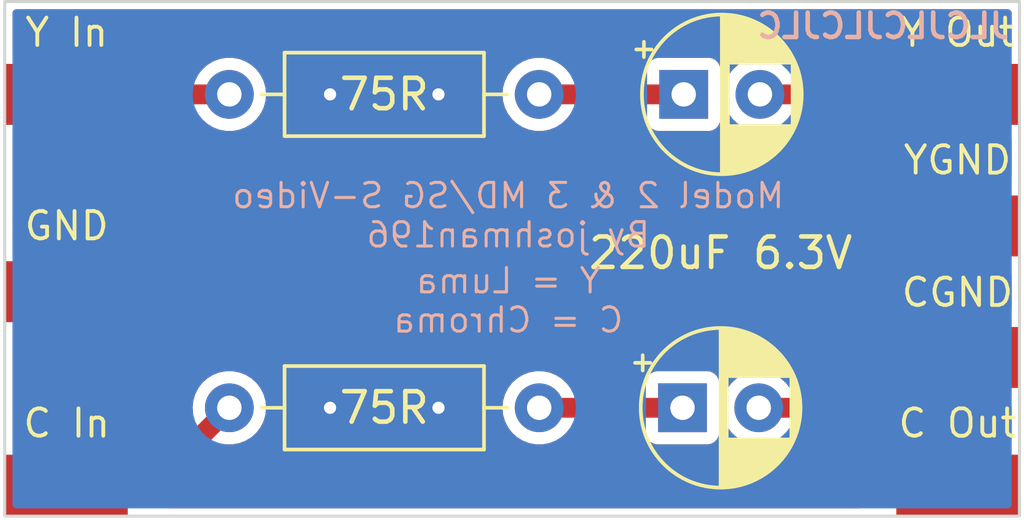
<source format=kicad_pcb>
(kicad_pcb (version 20221018) (generator pcbnew)
  (layers (0 "F.Cu" signal) (31 "B.Cu" signal) (34 "B.Paste" user) (35 "F.Paste" user) (36 "B.SilkS" user "B.Silkscreen") (37 "F.SilkS" user "F.Silkscreen") (38 "B.Mask" user) (39 "F.Mask" user) (44 "Edge.Cuts" user))
  (net 0 "")
  (net 1 "Net-(C1-Pad1)")
  (net 2 "Net-(J3-Pin_1)")
  (net 3 "Net-(C2-Pad1)")
  (net 4 "Net-(J4-Pin_1)")
  (net 5 "Net-(J1-Pin_1)")
  (net 6 "Net-(J2-Pin_1)")
  (net 7 "GND")
  (footprint "Capacitor_THT:CP_Radial_D5.0mm_P2.50mm" (layer "F.Cu") (at 94.869 78.867)
    (fp_text reference "C2" hide)
    (fp_text value "220uF 6.3V" (at 1.25 -5.08) (layer "F.SilkS"))
    (fp_line (start -1.554775 -1.475) (end -1.054775 -1.475) (stroke (width 0.12)) (layer "F.SilkS"))
    (fp_line (start -1.304775 -1.725) (end -1.304775 -1.225) (stroke (width 0.12)) (layer "F.SilkS"))
    (fp_line (start 1.25 -2.58) (end 1.25 2.58) (stroke (width 0.12)) (layer "F.SilkS"))
    (fp_line (start 1.29 -2.58) (end 1.29 2.58) (stroke (width 0.12)) (layer "F.SilkS"))
    (fp_line (start 1.33 -2.579) (end 1.33 2.579) (stroke (width 0.12)) (layer "F.SilkS"))
    (fp_line (start 1.37 -2.578) (end 1.37 2.578) (stroke (width 0.12)) (layer "F.SilkS"))
    (fp_line (start 1.41 -2.576) (end 1.41 2.576) (stroke (width 0.12)) (layer "F.SilkS"))
    (fp_line (start 1.45 -2.573) (end 1.45 2.573) (stroke (width 0.12)) (layer "F.SilkS"))
    (fp_line (start 1.49 -2.569) (end 1.49 -1.04) (stroke (width 0.12)) (layer "F.SilkS"))
    (fp_line (start 1.49 1.04) (end 1.49 2.569) (stroke (width 0.12)) (layer "F.SilkS"))
    (fp_line (start 1.53 -2.565) (end 1.53 -1.04) (stroke (width 0.12)) (layer "F.SilkS"))
    (fp_line (start 1.53 1.04) (end 1.53 2.565) (stroke (width 0.12)) (layer "F.SilkS"))
    (fp_line (start 1.57 -2.561) (end 1.57 -1.04) (stroke (width 0.12)) (layer "F.SilkS"))
    (fp_line (start 1.57 1.04) (end 1.57 2.561) (stroke (width 0.12)) (layer "F.SilkS"))
    (fp_line (start 1.61 -2.556) (end 1.61 -1.04) (stroke (width 0.12)) (layer "F.SilkS"))
    (fp_line (start 1.61 1.04) (end 1.61 2.556) (stroke (width 0.12)) (layer "F.SilkS"))
    (fp_line (start 1.65 -2.55) (end 1.65 -1.04) (stroke (width 0.12)) (layer "F.SilkS"))
    (fp_line (start 1.65 1.04) (end 1.65 2.55) (stroke (width 0.12)) (layer "F.SilkS"))
    (fp_line (start 1.69 -2.543) (end 1.69 -1.04) (stroke (width 0.12)) (layer "F.SilkS"))
    (fp_line (start 1.69 1.04) (end 1.69 2.543) (stroke (width 0.12)) (layer "F.SilkS"))
    (fp_line (start 1.73 -2.536) (end 1.73 -1.04) (stroke (width 0.12)) (layer "F.SilkS"))
    (fp_line (start 1.73 1.04) (end 1.73 2.536) (stroke (width 0.12)) (layer "F.SilkS"))
    (fp_line (start 1.77 -2.528) (end 1.77 -1.04) (stroke (width 0.12)) (layer "F.SilkS"))
    (fp_line (start 1.77 1.04) (end 1.77 2.528) (stroke (width 0.12)) (layer "F.SilkS"))
    (fp_line (start 1.81 -2.52) (end 1.81 -1.04) (stroke (width 0.12)) (layer "F.SilkS"))
    (fp_line (start 1.81 1.04) (end 1.81 2.52) (stroke (width 0.12)) (layer "F.SilkS"))
    (fp_line (start 1.85 -2.511) (end 1.85 -1.04) (stroke (width 0.12)) (layer "F.SilkS"))
    (fp_line (start 1.85 1.04) (end 1.85 2.511) (stroke (width 0.12)) (layer "F.SilkS"))
    (fp_line (start 1.89 -2.501) (end 1.89 -1.04) (stroke (width 0.12)) (layer "F.SilkS"))
    (fp_line (start 1.89 1.04) (end 1.89 2.501) (stroke (width 0.12)) (layer "F.SilkS"))
    (fp_line (start 1.93 -2.491) (end 1.93 -1.04) (stroke (width 0.12)) (layer "F.SilkS"))
    (fp_line (start 1.93 1.04) (end 1.93 2.491) (stroke (width 0.12)) (layer "F.SilkS"))
    (fp_line (start 1.971 -2.48) (end 1.971 -1.04) (stroke (width 0.12)) (layer "F.SilkS"))
    (fp_line (start 1.971 1.04) (end 1.971 2.48) (stroke (width 0.12)) (layer "F.SilkS"))
    (fp_line (start 2.011 -2.468) (end 2.011 -1.04) (stroke (width 0.12)) (layer "F.SilkS"))
    (fp_line (start 2.011 1.04) (end 2.011 2.468) (stroke (width 0.12)) (layer "F.SilkS"))
    (fp_line (start 2.051 -2.455) (end 2.051 -1.04) (stroke (width 0.12)) (layer "F.SilkS"))
    (fp_line (start 2.051 1.04) (end 2.051 2.455) (stroke (width 0.12)) (layer "F.SilkS"))
    (fp_line (start 2.091 -2.442) (end 2.091 -1.04) (stroke (width 0.12)) (layer "F.SilkS"))
    (fp_line (start 2.091 1.04) (end 2.091 2.442) (stroke (width 0.12)) (layer "F.SilkS"))
    (fp_line (start 2.131 -2.428) (end 2.131 -1.04) (stroke (width 0.12)) (layer "F.SilkS"))
    (fp_line (start 2.131 1.04) (end 2.131 2.428) (stroke (width 0.12)) (layer "F.SilkS"))
    (fp_line (start 2.171 -2.414) (end 2.171 -1.04) (stroke (width 0.12)) (layer "F.SilkS"))
    (fp_line (start 2.171 1.04) (end 2.171 2.414) (stroke (width 0.12)) (layer "F.SilkS"))
    (fp_line (start 2.211 -2.398) (end 2.211 -1.04) (stroke (width 0.12)) (layer "F.SilkS"))
    (fp_line (start 2.211 1.04) (end 2.211 2.398) (stroke (width 0.12)) (layer "F.SilkS"))
    (fp_line (start 2.251 -2.382) (end 2.251 -1.04) (stroke (width 0.12)) (layer "F.SilkS"))
    (fp_line (start 2.251 1.04) (end 2.251 2.382) (stroke (width 0.12)) (layer "F.SilkS"))
    (fp_line (start 2.291 -2.365) (end 2.291 -1.04) (stroke (width 0.12)) (layer "F.SilkS"))
    (fp_line (start 2.291 1.04) (end 2.291 2.365) (stroke (width 0.12)) (layer "F.SilkS"))
    (fp_line (start 2.331 -2.348) (end 2.331 -1.04) (stroke (width 0.12)) (layer "F.SilkS"))
    (fp_line (start 2.331 1.04) (end 2.331 2.348) (stroke (width 0.12)) (layer "F.SilkS"))
    (fp_line (start 2.371 -2.329) (end 2.371 -1.04) (stroke (width 0.12)) (layer "F.SilkS"))
    (fp_line (start 2.371 1.04) (end 2.371 2.329) (stroke (width 0.12)) (layer "F.SilkS"))
    (fp_line (start 2.411 -2.31) (end 2.411 -1.04) (stroke (width 0.12)) (layer "F.SilkS"))
    (fp_line (start 2.411 1.04) (end 2.411 2.31) (stroke (width 0.12)) (layer "F.SilkS"))
    (fp_line (start 2.451 -2.29) (end 2.451 -1.04) (stroke (width 0.12)) (layer "F.SilkS"))
    (fp_line (start 2.451 1.04) (end 2.451 2.29) (stroke (width 0.12)) (layer "F.SilkS"))
    (fp_line (start 2.491 -2.268) (end 2.491 -1.04) (stroke (width 0.12)) (layer "F.SilkS"))
    (fp_line (start 2.491 1.04) (end 2.491 2.268) (stroke (width 0.12)) (layer "F.SilkS"))
    (fp_line (start 2.531 -2.247) (end 2.531 -1.04) (stroke (width 0.12)) (layer "F.SilkS"))
    (fp_line (start 2.531 1.04) (end 2.531 2.247) (stroke (width 0.12)) (layer "F.SilkS"))
    (fp_line (start 2.571 -2.224) (end 2.571 -1.04) (stroke (width 0.12)) (layer "F.SilkS"))
    (fp_line (start 2.571 1.04) (end 2.571 2.224) (stroke (width 0.12)) (layer "F.SilkS"))
    (fp_line (start 2.611 -2.2) (end 2.611 -1.04) (stroke (width 0.12)) (layer "F.SilkS"))
    (fp_line (start 2.611 1.04) (end 2.611 2.2) (stroke (width 0.12)) (layer "F.SilkS"))
    (fp_line (start 2.651 -2.175) (end 2.651 -1.04) (stroke (width 0.12)) (layer "F.SilkS"))
    (fp_line (start 2.651 1.04) (end 2.651 2.175) (stroke (width 0.12)) (layer "F.SilkS"))
    (fp_line (start 2.691 -2.149) (end 2.691 -1.04) (stroke (width 0.12)) (layer "F.SilkS"))
    (fp_line (start 2.691 1.04) (end 2.691 2.149) (stroke (width 0.12)) (layer "F.SilkS"))
    (fp_line (start 2.731 -2.122) (end 2.731 -1.04) (stroke (width 0.12)) (layer "F.SilkS"))
    (fp_line (start 2.731 1.04) (end 2.731 2.122) (stroke (width 0.12)) (layer "F.SilkS"))
    (fp_line (start 2.771 -2.095) (end 2.771 -1.04) (stroke (width 0.12)) (layer "F.SilkS"))
    (fp_line (start 2.771 1.04) (end 2.771 2.095) (stroke (width 0.12)) (layer "F.SilkS"))
    (fp_line (start 2.811 -2.065) (end 2.811 -1.04) (stroke (width 0.12)) (layer "F.SilkS"))
    (fp_line (start 2.811 1.04) (end 2.811 2.065) (stroke (width 0.12)) (layer "F.SilkS"))
    (fp_line (start 2.851 -2.035) (end 2.851 -1.04) (stroke (width 0.12)) (layer "F.SilkS"))
    (fp_line (start 2.851 1.04) (end 2.851 2.035) (stroke (width 0.12)) (layer "F.SilkS"))
    (fp_line (start 2.891 -2.004) (end 2.891 -1.04) (stroke (width 0.12)) (layer "F.SilkS"))
    (fp_line (start 2.891 1.04) (end 2.891 2.004) (stroke (width 0.12)) (layer "F.SilkS"))
    (fp_line (start 2.931 -1.971) (end 2.931 -1.04) (stroke (width 0.12)) (layer "F.SilkS"))
    (fp_line (start 2.931 1.04) (end 2.931 1.971) (stroke (width 0.12)) (layer "F.SilkS"))
    (fp_line (start 2.971 -1.937) (end 2.971 -1.04) (stroke (width 0.12)) (layer "F.SilkS"))
    (fp_line (start 2.971 1.04) (end 2.971 1.937) (stroke (width 0.12)) (layer "F.SilkS"))
    (fp_line (start 3.011 -1.901) (end 3.011 -1.04) (stroke (width 0.12)) (layer "F.SilkS"))
    (fp_line (start 3.011 1.04) (end 3.011 1.901) (stroke (width 0.12)) (layer "F.SilkS"))
    (fp_line (start 3.051 -1.864) (end 3.051 -1.04) (stroke (width 0.12)) (layer "F.SilkS"))
    (fp_line (start 3.051 1.04) (end 3.051 1.864) (stroke (width 0.12)) (layer "F.SilkS"))
    (fp_line (start 3.091 -1.826) (end 3.091 -1.04) (stroke (width 0.12)) (layer "F.SilkS"))
    (fp_line (start 3.091 1.04) (end 3.091 1.826) (stroke (width 0.12)) (layer "F.SilkS"))
    (fp_line (start 3.131 -1.785) (end 3.131 -1.04) (stroke (width 0.12)) (layer "F.SilkS"))
    (fp_line (start 3.131 1.04) (end 3.131 1.785) (stroke (width 0.12)) (layer "F.SilkS"))
    (fp_line (start 3.171 -1.743) (end 3.171 -1.04) (stroke (width 0.12)) (layer "F.SilkS"))
    (fp_line (start 3.171 1.04) (end 3.171 1.743) (stroke (width 0.12)) (layer "F.SilkS"))
    (fp_line (start 3.211 -1.699) (end 3.211 -1.04) (stroke (width 0.12)) (layer "F.SilkS"))
    (fp_line (start 3.211 1.04) (end 3.211 1.699) (stroke (width 0.12)) (layer "F.SilkS"))
    (fp_line (start 3.251 -1.653) (end 3.251 -1.04) (stroke (width 0.12)) (layer "F.SilkS"))
    (fp_line (start 3.251 1.04) (end 3.251 1.653) (stroke (width 0.12)) (layer "F.SilkS"))
    (fp_line (start 3.291 -1.605) (end 3.291 -1.04) (stroke (width 0.12)) (layer "F.SilkS"))
    (fp_line (start 3.291 1.04) (end 3.291 1.605) (stroke (width 0.12)) (layer "F.SilkS"))
    (fp_line (start 3.331 -1.554) (end 3.331 -1.04) (stroke (width 0.12)) (layer "F.SilkS"))
    (fp_line (start 3.331 1.04) (end 3.331 1.554) (stroke (width 0.12)) (layer "F.SilkS"))
    (fp_line (start 3.371 -1.5) (end 3.371 -1.04) (stroke (width 0.12)) (layer "F.SilkS"))
    (fp_line (start 3.371 1.04) (end 3.371 1.5) (stroke (width 0.12)) (layer "F.SilkS"))
    (fp_line (start 3.411 -1.443) (end 3.411 -1.04) (stroke (width 0.12)) (layer "F.SilkS"))
    (fp_line (start 3.411 1.04) (end 3.411 1.443) (stroke (width 0.12)) (layer "F.SilkS"))
    (fp_line (start 3.451 -1.383) (end 3.451 -1.04) (stroke (width 0.12)) (layer "F.SilkS"))
    (fp_line (start 3.451 1.04) (end 3.451 1.383) (stroke (width 0.12)) (layer "F.SilkS"))
    (fp_line (start 3.491 -1.319) (end 3.491 -1.04) (stroke (width 0.12)) (layer "F.SilkS"))
    (fp_line (start 3.491 1.04) (end 3.491 1.319) (stroke (width 0.12)) (layer "F.SilkS"))
    (fp_line (start 3.531 -1.251) (end 3.531 -1.04) (stroke (width 0.12)) (layer "F.SilkS"))
    (fp_line (start 3.531 1.04) (end 3.531 1.251) (stroke (width 0.12)) (layer "F.SilkS"))
    (fp_line (start 3.571 -1.178) (end 3.571 1.178) (stroke (width 0.12)) (layer "F.SilkS"))
    (fp_line (start 3.611 -1.098) (end 3.611 1.098) (stroke (width 0.12)) (layer "F.SilkS"))
    (fp_line (start 3.651 -1.011) (end 3.651 1.011) (stroke (width 0.12)) (layer "F.SilkS"))
    (fp_line (start 3.691 -0.915) (end 3.691 0.915) (stroke (width 0.12)) (layer "F.SilkS"))
    (fp_line (start 3.731 -0.805) (end 3.731 0.805) (stroke (width 0.12)) (layer "F.SilkS"))
    (fp_line (start 3.771 -0.677) (end 3.771 0.677) (stroke (width 0.12)) (layer "F.SilkS"))
    (fp_line (start 3.811 -0.518) (end 3.811 0.518) (stroke (width 0.12)) (layer "F.SilkS"))
    (fp_line (start 3.851 -0.284) (end 3.851 0.284) (stroke (width 0.12)) (layer "F.SilkS"))
    (fp_circle (center 1.25 0) (end 3.87 0) (stroke (width 0.12)) (fill none) (layer "F.SilkS"))
    (pad "1" thru_hole rect (at 0 0) (size 1.6 1.6) (drill 0.8) (layers "*.Cu" "*.Mask") (net 3 "Net-(C2-Pad1)"))
    (pad "2" thru_hole circle (at 2.5 0) (size 1.6 1.6) (drill 0.8) (layers "*.Cu" "*.Mask") (net 4 "Net-(J4-Pin_1)"))
  )
  (footprint "Custom:SolderWirePad_1x01_SMD_2x4mm" (layer "F.Cu") (at 74.673 75.057 -90)
    (fp_text reference "J5" hide)
    (fp_text value "GND" (at -2.159 -0.003) (layer "F.SilkS") (effects (font (size 0.9 0.9) (thickness 0.125))))
    (pad "1" smd rect (at 0 -0.003 270) (size 2 4.006) (layers "F.Cu" "F.Paste" "F.Mask") (net 7 "GND"))
  )
  (footprint "Custom:SolderWirePad_1x01_SMD_2x4mm" (layer "F.Cu") (at 103.886 81.407 90)
    (fp_text reference "J4" hide)
    (fp_text value "C Out" (at 2.032 0 180) (layer "F.SilkS") (effects (font (size 0.9 0.9) (thickness 0.125))))
    (pad "1" smd rect (at 0 -0.003 90) (size 2 4.006) (layers "F.Cu" "F.Paste" "F.Mask") (net 4 "Net-(J4-Pin_1)"))
  )
  (footprint "Custom:SolderWirePad_1x01_SMD_2x4mm" (layer "F.Cu") (at 103.886 68.58 90)
    (fp_text reference "J3" hide)
    (fp_text value "Y Out" (at 2.032 0 180) (layer "F.SilkS") (effects (font (size 0.9 0.9) (thickness 0.125))))
    (pad "1" smd rect (at 0 -0.003 90) (size 2 4.006) (layers "F.Cu" "F.Paste" "F.Mask") (net 2 "Net-(J3-Pin_1)"))
  )
  (footprint "Custom:SolderWirePad_1x01_SMD_2x4mm" (layer "F.Cu") (at 103.886 77.216 90)
    (fp_text reference "J7" hide)
    (fp_text value "CGND" (at 2.1336 0 180) (layer "F.SilkS") (effects (font (size 0.9 0.9) (thickness 0.125))))
    (pad "1" smd rect (at 0 -0.003 90) (size 2 4.006) (layers "F.Cu" "F.Paste" "F.Mask") (net 7 "GND"))
  )
  (footprint "Resistor_THT:R_Axial_DIN0207_L6.3mm_D2.5mm_P10.16mm_Horizontal" (layer "F.Cu") (at 80.01 78.867)
    (fp_text reference "R2" hide)
    (fp_text value "75R" (at 5.08 0) (layer "F.SilkS"))
    (fp_line (start 1.04 0) (end 1.81 0) (stroke (width 0.12)) (layer "F.SilkS"))
    (fp_line (start 1.81 -1.37) (end 1.81 1.37) (stroke (width 0.12)) (layer "F.SilkS"))
    (fp_line (start 1.81 1.37) (end 8.35 1.37) (stroke (width 0.12)) (layer "F.SilkS"))
    (fp_line (start 8.35 -1.37) (end 1.81 -1.37) (stroke (width 0.12)) (layer "F.SilkS"))
    (fp_line (start 8.35 1.37) (end 8.35 -1.37) (stroke (width 0.12)) (layer "F.SilkS"))
    (fp_line (start 9.12 0) (end 8.35 0) (stroke (width 0.12)) (layer "F.SilkS"))
    (pad "1" thru_hole circle (at 0 0) (size 1.6 1.6) (drill 0.8) (layers "*.Cu" "*.Mask") (net 6 "Net-(J2-Pin_1)"))
    (pad "2" thru_hole oval (at 10.16 0) (size 1.6 1.6) (drill 0.8) (layers "*.Cu" "*.Mask") (net 3 "Net-(C2-Pad1)"))
  )
  (footprint "Custom:SolderWirePad_1x01_SMD_2x4mm" (layer "F.Cu") (at 74.673 68.58 -90)
    (fp_text reference "J1" hide)
    (fp_text value "Y In" (at -2.032 -0.003) (layer "F.SilkS") (effects (font (size 0.9 0.9) (thickness 0.125))))
    (pad "1" smd rect (at 0 -0.003 270) (size 2 4.006) (layers "F.Cu" "F.Paste" "F.Mask") (net 5 "Net-(J1-Pin_1)"))
  )
  (footprint "Resistor_THT:R_Axial_DIN0207_L6.3mm_D2.5mm_P10.16mm_Horizontal" (layer "F.Cu") (at 80.01 68.58)
    (fp_text reference "R1" hide)
    (fp_text value "75R" (at 5.08 0) (layer "F.SilkS"))
    (fp_line (start 1.04 0) (end 1.81 0) (stroke (width 0.12)) (layer "F.SilkS"))
    (fp_line (start 1.81 -1.37) (end 1.81 1.37) (stroke (width 0.12)) (layer "F.SilkS"))
    (fp_line (start 1.81 1.37) (end 8.35 1.37) (stroke (width 0.12)) (layer "F.SilkS"))
    (fp_line (start 8.35 -1.37) (end 1.81 -1.37) (stroke (width 0.12)) (layer "F.SilkS"))
    (fp_line (start 8.35 1.37) (end 8.35 -1.37) (stroke (width 0.12)) (layer "F.SilkS"))
    (fp_line (start 9.12 0) (end 8.35 0) (stroke (width 0.12)) (layer "F.SilkS"))
    (pad "1" thru_hole circle (at 0 0) (size 1.6 1.6) (drill 0.8) (layers "*.Cu" "*.Mask") (net 5 "Net-(J1-Pin_1)"))
    (pad "2" thru_hole oval (at 10.16 0) (size 1.6 1.6) (drill 0.8) (layers "*.Cu" "*.Mask") (net 1 "Net-(C1-Pad1)"))
  )
  (footprint "Capacitor_THT:CP_Radial_D5.0mm_P2.50mm" (layer "F.Cu") (at 94.909 68.58)
    (fp_text reference "C1" hide)
    (fp_text value "220uF 6.3V" hide)
    (fp_line (start -1.554775 -1.475) (end -1.054775 -1.475) (stroke (width 0.12)) (layer "F.SilkS"))
    (fp_line (start -1.304775 -1.725) (end -1.304775 -1.225) (stroke (width 0.12)) (layer "F.SilkS"))
    (fp_line (start 1.25 -2.58) (end 1.25 2.58) (stroke (width 0.12)) (layer "F.SilkS"))
    (fp_line (start 1.29 -2.58) (end 1.29 2.58) (stroke (width 0.12)) (layer "F.SilkS"))
    (fp_line (start 1.33 -2.579) (end 1.33 2.579) (stroke (width 0.12)) (layer "F.SilkS"))
    (fp_line (start 1.37 -2.578) (end 1.37 2.578) (stroke (width 0.12)) (layer "F.SilkS"))
    (fp_line (start 1.41 -2.576) (end 1.41 2.576) (stroke (width 0.12)) (layer "F.SilkS"))
    (fp_line (start 1.45 -2.573) (end 1.45 2.573) (stroke (width 0.12)) (layer "F.SilkS"))
    (fp_line (start 1.49 -2.569) (end 1.49 -1.04) (stroke (width 0.12)) (layer "F.SilkS"))
    (fp_line (start 1.49 1.04) (end 1.49 2.569) (stroke (width 0.12)) (layer "F.SilkS"))
    (fp_line (start 1.53 -2.565) (end 1.53 -1.04) (stroke (width 0.12)) (layer "F.SilkS"))
    (fp_line (start 1.53 1.04) (end 1.53 2.565) (stroke (width 0.12)) (layer "F.SilkS"))
    (fp_line (start 1.57 -2.561) (end 1.57 -1.04) (stroke (width 0.12)) (layer "F.SilkS"))
    (fp_line (start 1.57 1.04) (end 1.57 2.561) (stroke (width 0.12)) (layer "F.SilkS"))
    (fp_line (start 1.61 -2.556) (end 1.61 -1.04) (stroke (width 0.12)) (layer "F.SilkS"))
    (fp_line (start 1.61 1.04) (end 1.61 2.556) (stroke (width 0.12)) (layer "F.SilkS"))
    (fp_line (start 1.65 -2.55) (end 1.65 -1.04) (stroke (width 0.12)) (layer "F.SilkS"))
    (fp_line (start 1.65 1.04) (end 1.65 2.55) (stroke (width 0.12)) (layer "F.SilkS"))
    (fp_line (start 1.69 -2.543) (end 1.69 -1.04) (stroke (width 0.12)) (layer "F.SilkS"))
    (fp_line (start 1.69 1.04) (end 1.69 2.543) (stroke (width 0.12)) (layer "F.SilkS"))
    (fp_line (start 1.73 -2.536) (end 1.73 -1.04) (stroke (width 0.12)) (layer "F.SilkS"))
    (fp_line (start 1.73 1.04) (end 1.73 2.536) (stroke (width 0.12)) (layer "F.SilkS"))
    (fp_line (start 1.77 -2.528) (end 1.77 -1.04) (stroke (width 0.12)) (layer "F.SilkS"))
    (fp_line (start 1.77 1.04) (end 1.77 2.528) (stroke (width 0.12)) (layer "F.SilkS"))
    (fp_line (start 1.81 -2.52) (end 1.81 -1.04) (stroke (width 0.12)) (layer "F.SilkS"))
    (fp_line (start 1.81 1.04) (end 1.81 2.52) (stroke (width 0.12)) (layer "F.SilkS"))
    (fp_line (start 1.85 -2.511) (end 1.85 -1.04) (stroke (width 0.12)) (layer "F.SilkS"))
    (fp_line (start 1.85 1.04) (end 1.85 2.511) (stroke (width 0.12)) (layer "F.SilkS"))
    (fp_line (start 1.89 -2.501) (end 1.89 -1.04) (stroke (width 0.12)) (layer "F.SilkS"))
    (fp_line (start 1.89 1.04) (end 1.89 2.501) (stroke (width 0.12)) (layer "F.SilkS"))
    (fp_line (start 1.93 -2.491) (end 1.93 -1.04) (stroke (width 0.12)) (layer "F.SilkS"))
    (fp_line (start 1.93 1.04) (end 1.93 2.491) (stroke (width 0.12)) (layer "F.SilkS"))
    (fp_line (start 1.971 -2.48) (end 1.971 -1.04) (stroke (width 0.12)) (layer "F.SilkS"))
    (fp_line (start 1.971 1.04) (end 1.971 2.48) (stroke (width 0.12)) (layer "F.SilkS"))
    (fp_line (start 2.011 -2.468) (end 2.011 -1.04) (stroke (width 0.12)) (layer "F.SilkS"))
    (fp_line (start 2.011 1.04) (end 2.011 2.468) (stroke (width 0.12)) (layer "F.SilkS"))
    (fp_line (start 2.051 -2.455) (end 2.051 -1.04) (stroke (width 0.12)) (layer "F.SilkS"))
    (fp_line (start 2.051 1.04) (end 2.051 2.455) (stroke (width 0.12)) (layer "F.SilkS"))
    (fp_line (start 2.091 -2.442) (end 2.091 -1.04) (stroke (width 0.12)) (layer "F.SilkS"))
    (fp_line (start 2.091 1.04) (end 2.091 2.442) (stroke (width 0.12)) (layer "F.SilkS"))
    (fp_line (start 2.131 -2.428) (end 2.131 -1.04) (stroke (width 0.12)) (layer "F.SilkS"))
    (fp_line (start 2.131 1.04) (end 2.131 2.428) (stroke (width 0.12)) (layer "F.SilkS"))
    (fp_line (start 2.171 -2.414) (end 2.171 -1.04) (stroke (width 0.12)) (layer "F.SilkS"))
    (fp_line (start 2.171 1.04) (end 2.171 2.414) (stroke (width 0.12)) (layer "F.SilkS"))
    (fp_line (start 2.211 -2.398) (end 2.211 -1.04) (stroke (width 0.12)) (layer "F.SilkS"))
    (fp_line (start 2.211 1.04) (end 2.211 2.398) (stroke (width 0.12)) (layer "F.SilkS"))
    (fp_line (start 2.251 -2.382) (end 2.251 -1.04) (stroke (width 0.12)) (layer "F.SilkS"))
    (fp_line (start 2.251 1.04) (end 2.251 2.382) (stroke (width 0.12)) (layer "F.SilkS"))
    (fp_line (start 2.291 -2.365) (end 2.291 -1.04) (stroke (width 0.12)) (layer "F.SilkS"))
    (fp_line (start 2.291 1.04) (end 2.291 2.365) (stroke (width 0.12)) (layer "F.SilkS"))
    (fp_line (start 2.331 -2.348) (end 2.331 -1.04) (stroke (width 0.12)) (layer "F.SilkS"))
    (fp_line (start 2.331 1.04) (end 2.331 2.348) (stroke (width 0.12)) (layer "F.SilkS"))
    (fp_line (start 2.371 -2.329) (end 2.371 -1.04) (stroke (width 0.12)) (layer "F.SilkS"))
    (fp_line (start 2.371 1.04) (end 2.371 2.329) (stroke (width 0.12)) (layer "F.SilkS"))
    (fp_line (start 2.411 -2.31) (end 2.411 -1.04) (stroke (width 0.12)) (layer "F.SilkS"))
    (fp_line (start 2.411 1.04) (end 2.411 2.31) (stroke (width 0.12)) (layer "F.SilkS"))
    (fp_line (start 2.451 -2.29) (end 2.451 -1.04) (stroke (width 0.12)) (layer "F.SilkS"))
    (fp_line (start 2.451 1.04) (end 2.451 2.29) (stroke (width 0.12)) (layer "F.SilkS"))
    (fp_line (start 2.491 -2.268) (end 2.491 -1.04) (stroke (width 0.12)) (layer "F.SilkS"))
    (fp_line (start 2.491 1.04) (end 2.491 2.268) (stroke (width 0.12)) (layer "F.SilkS"))
    (fp_line (start 2.531 -2.247) (end 2.531 -1.04) (stroke (width 0.12)) (layer "F.SilkS"))
    (fp_line (start 2.531 1.04) (end 2.531 2.247) (stroke (width 0.12)) (layer "F.SilkS"))
    (fp_line (start 2.571 -2.224) (end 2.571 -1.04) (stroke (width 0.12)) (layer "F.SilkS"))
    (fp_line (start 2.571 1.04) (end 2.571 2.224) (stroke (width 0.12)) (layer "F.SilkS"))
    (fp_line (start 2.611 -2.2) (end 2.611 -1.04) (stroke (width 0.12)) (layer "F.SilkS"))
    (fp_line (start 2.611 1.04) (end 2.611 2.2) (stroke (width 0.12)) (layer "F.SilkS"))
    (fp_line (start 2.651 -2.175) (end 2.651 -1.04) (stroke (width 0.12)) (layer "F.SilkS"))
    (fp_line (start 2.651 1.04) (end 2.651 2.175) (stroke (width 0.12)) (layer "F.SilkS"))
    (fp_line (start 2.691 -2.149) (end 2.691 -1.04) (stroke (width 0.12)) (layer "F.SilkS"))
    (fp_line (start 2.691 1.04) (end 2.691 2.149) (stroke (width 0.12)) (layer "F.SilkS"))
    (fp_line (start 2.731 -2.122) (end 2.731 -1.04) (stroke (width 0.12)) (layer "F.SilkS"))
    (fp_line (start 2.731 1.04) (end 2.731 2.122) (stroke (width 0.12)) (layer "F.SilkS"))
    (fp_line (start 2.771 -2.095) (end 2.771 -1.04) (stroke (width 0.12)) (layer "F.SilkS"))
    (fp_line (start 2.771 1.04) (end 2.771 2.095) (stroke (width 0.12)) (layer "F.SilkS"))
    (fp_line (start 2.811 -2.065) (end 2.811 -1.04) (stroke (width 0.12)) (layer "F.SilkS"))
    (fp_line (start 2.811 1.04) (end 2.811 2.065) (stroke (width 0.12)) (layer "F.SilkS"))
    (fp_line (start 2.851 -2.035) (end 2.851 -1.04) (stroke (width 0.12)) (layer "F.SilkS"))
    (fp_line (start 2.851 1.04) (end 2.851 2.035) (stroke (width 0.12)) (layer "F.SilkS"))
    (fp_line (start 2.891 -2.004) (end 2.891 -1.04) (stroke (width 0.12)) (layer "F.SilkS"))
    (fp_line (start 2.891 1.04) (end 2.891 2.004) (stroke (width 0.12)) (layer "F.SilkS"))
    (fp_line (start 2.931 -1.971) (end 2.931 -1.04) (stroke (width 0.12)) (layer "F.SilkS"))
    (fp_line (start 2.931 1.04) (end 2.931 1.971) (stroke (width 0.12)) (layer "F.SilkS"))
    (fp_line (start 2.971 -1.937) (end 2.971 -1.04) (stroke (width 0.12)) (layer "F.SilkS"))
    (fp_line (start 2.971 1.04) (end 2.971 1.937) (stroke (width 0.12)) (layer "F.SilkS"))
    (fp_line (start 3.011 -1.901) (end 3.011 -1.04) (stroke (width 0.12)) (layer "F.SilkS"))
    (fp_line (start 3.011 1.04) (end 3.011 1.901) (stroke (width 0.12)) (layer "F.SilkS"))
    (fp_line (start 3.051 -1.864) (end 3.051 -1.04) (stroke (width 0.12)) (layer "F.SilkS"))
    (fp_line (start 3.051 1.04) (end 3.051 1.864) (stroke (width 0.12)) (layer "F.SilkS"))
    (fp_line (start 3.091 -1.826) (end 3.091 -1.04) (stroke (width 0.12)) (layer "F.SilkS"))
    (fp_line (start 3.091 1.04) (end 3.091 1.826) (stroke (width 0.12)) (layer "F.SilkS"))
    (fp_line (start 3.131 -1.785) (end 3.131 -1.04) (stroke (width 0.12)) (layer "F.SilkS"))
    (fp_line (start 3.131 1.04) (end 3.131 1.785) (stroke (width 0.12)) (layer "F.SilkS"))
    (fp_line (start 3.171 -1.743) (end 3.171 -1.04) (stroke (width 0.12)) (layer "F.SilkS"))
    (fp_line (start 3.171 1.04) (end 3.171 1.743) (stroke (width 0.12)) (layer "F.SilkS"))
    (fp_line (start 3.211 -1.699) (end 3.211 -1.04) (stroke (width 0.12)) (layer "F.SilkS"))
    (fp_line (start 3.211 1.04) (end 3.211 1.699) (stroke (width 0.12)) (layer "F.SilkS"))
    (fp_line (start 3.251 -1.653) (end 3.251 -1.04) (stroke (width 0.12)) (layer "F.SilkS"))
    (fp_line (start 3.251 1.04) (end 3.251 1.653) (stroke (width 0.12)) (layer "F.SilkS"))
    (fp_line (start 3.291 -1.605) (end 3.291 -1.04) (stroke (width 0.12)) (layer "F.SilkS"))
    (fp_line (start 3.291 1.04) (end 3.291 1.605) (stroke (width 0.12)) (layer "F.SilkS"))
    (fp_line (start 3.331 -1.554) (end 3.331 -1.04) (stroke (width 0.12)) (layer "F.SilkS"))
    (fp_line (start 3.331 1.04) (end 3.331 1.554) (stroke (width 0.12)) (layer "F.SilkS"))
    (fp_line (start 3.371 -1.5) (end 3.371 -1.04) (stroke (width 0.12)) (layer "F.SilkS"))
    (fp_line (start 3.371 1.04) (end 3.371 1.5) (stroke (width 0.12)) (layer "F.SilkS"))
    (fp_line (start 3.411 -1.443) (end 3.411 -1.04) (stroke (width 0.12)) (layer "F.SilkS"))
    (fp_line (start 3.411 1.04) (end 3.411 1.443) (stroke (width 0.12)) (layer "F.SilkS"))
    (fp_line (start 3.451 -1.383) (end 3.451 -1.04) (stroke (width 0.12)) (layer "F.SilkS"))
    (fp_line (start 3.451 1.04) (end 3.451 1.383) (stroke (width 0.12)) (layer "F.SilkS"))
    (fp_line (start 3.491 -1.319) (end 3.491 -1.04) (stroke (width 0.12)) (layer "F.SilkS"))
    (fp_line (start 3.491 1.04) (end 3.491 1.319) (stroke (width 0.12)) (layer "F.SilkS"))
    (fp_line (start 3.531 -1.251) (end 3.531 -1.04) (stroke (width 0.12)) (layer "F.SilkS"))
    (fp_line (start 3.531 1.04) (end 3.531 1.251) (stroke (width 0.12)) (layer "F.SilkS"))
    (fp_line (start 3.571 -1.178) (end 3.571 1.178) (stroke (width 0.12)) (layer "F.SilkS"))
    (fp_line (start 3.611 -1.098) (end 3.611 1.098) (stroke (width 0.12)) (layer "F.SilkS"))
    (fp_line (start 3.651 -1.011) (end 3.651 1.011) (stroke (width 0.12)) (layer "F.SilkS"))
    (fp_line (start 3.691 -0.915) (end 3.691 0.915) (stroke (width 0.12)) (layer "F.SilkS"))
    (fp_line (start 3.731 -0.805) (end 3.731 0.805) (stroke (width 0.12)) (layer "F.SilkS"))
    (fp_line (start 3.771 -0.677) (end 3.771 0.677) (stroke (width 0.12)) (layer "F.SilkS"))
    (fp_line (start 3.811 -0.518) (end 3.811 0.518) (stroke (width 0.12)) (layer "F.SilkS"))
    (fp_line (start 3.851 -0.284) (end 3.851 0.284) (stroke (width 0.12)) (layer "F.SilkS"))
    (fp_circle (center 1.25 0) (end 3.87 0) (stroke (width 0.12)) (fill none) (layer "F.SilkS"))
    (pad "1" thru_hole rect (at 0 0) (size 1.6 1.6) (drill 0.8) (layers "*.Cu" "*.Mask") (net 1 "Net-(C1-Pad1)"))
    (pad "2" thru_hole circle (at 2.5 0) (size 1.6 1.6) (drill 0.8) (layers "*.Cu" "*.Mask") (net 2 "Net-(J3-Pin_1)"))
  )
  (footprint "Custom:SolderWirePad_1x01_SMD_2x4mm" (layer "F.Cu") (at 103.886 72.898 90)
    (fp_text reference "J6" hide)
    (fp_text value "YGND" (at 2.159 0 180) (layer "F.SilkS") (effects (font (size 0.9 0.9) (thickness 0.125))))
    (pad "1" smd rect (at 0 -0.003 90) (size 2 4.006) (layers "F.Cu" "F.Paste" "F.Mask") (net 7 "GND"))
  )
  (footprint "Custom:SolderWirePad_1x01_SMD_2x4mm" (layer "F.Cu") (at 74.673 81.407 -90)
    (fp_text reference "J2" hide)
    (fp_text value "C In" (at -2.032 -0.003) (layer "F.SilkS") (effects (font (size 0.9 0.9) (thickness 0.125))))
    (pad "1" smd rect (at 0 -0.003 270) (size 2 4.006) (layers "F.Cu" "F.Paste" "F.Mask") (net 6 "Net-(J2-Pin_1)"))
  )
  (gr_rect (start 72.644 65.532) (end 105.918 82.423) (stroke (width 0.1)) (fill none) (layer "Edge.Cuts"))
  (gr_text "Y = Luma\nC = Chroma" (at 89.154 76.454) (layer "B.SilkS") (effects (font (size 0.8 0.8) (thickness 0.1)) (justify bottom mirror)))
  (gr_text "Model 2 & 3 MD/SG S-Video\nBy joshman196" (at 89.154 73.66) (layer "B.SilkS") (effects (font (size 0.8 0.8) (thickness 0.1)) (justify bottom mirror)))
  (gr_text "JLCJLCJLCJLC" (at 105.664 66.802) (layer "B.SilkS") (effects (font (size 0.8 0.8)) (justify left bottom mirror)))
  (segment (start 90.17 68.58) (end 94.909 68.58) (width 0.65) (layer "F.Cu") (net 1))
  (segment (start 97.409 68.58) (end 103.883 68.58) (width 0.65) (layer "F.Cu") (net 2))
  (segment (start 90.17 78.867) (end 94.869 78.867) (width 0.65) (layer "F.Cu") (net 3))
  (segment (start 98.679 78.867) (end 101.219 81.407) (width 0.65) (layer "F.Cu") (net 4))
  (segment (start 101.219 81.407) (end 103.883 81.407) (width 0.65) (layer "F.Cu") (net 4))
  (segment (start 97.369 78.867) (end 98.679 78.867) (width 0.65) (layer "F.Cu") (net 4))
  (segment (start 74.676 68.58) (end 80.01 68.58) (width 0.65) (layer "F.Cu") (net 5))
  (segment (start 77.47 81.407) (end 80.01 78.867) (width 0.65) (layer "F.Cu") (net 6))
  (segment (start 74.676 81.407) (end 77.47 81.407) (width 0.65) (layer "F.Cu") (net 6))
  (via (at 83.312 68.58) (size 0.8) (drill 0.4) (layers "F.Cu" "B.Cu") (net 7))
  (via (at 86.868 68.58) (size 0.8) (drill 0.4) (layers "F.Cu" "B.Cu") (net 7))
  (via (at 86.868 78.867) (size 0.8) (drill 0.4) (layers "F.Cu" "B.Cu") (net 7))
  (via (at 83.312 78.867) (size 0.8) (drill 0.4) (layers "F.Cu" "B.Cu") (net 7))
  (zone (net 7) (net_name "GND") (layers "F&B.Cu") (connect_pads (clearance 0.4)) (min_thickness 0.25) (fill yes (thermal_gap 0.5) (thermal_bridge_width 0.5))
    (polygon (pts (xy 105.664 65.786) (xy 72.898 65.786) (xy 72.898 82.169) (xy 105.664 82.169)))
  )
)
</source>
